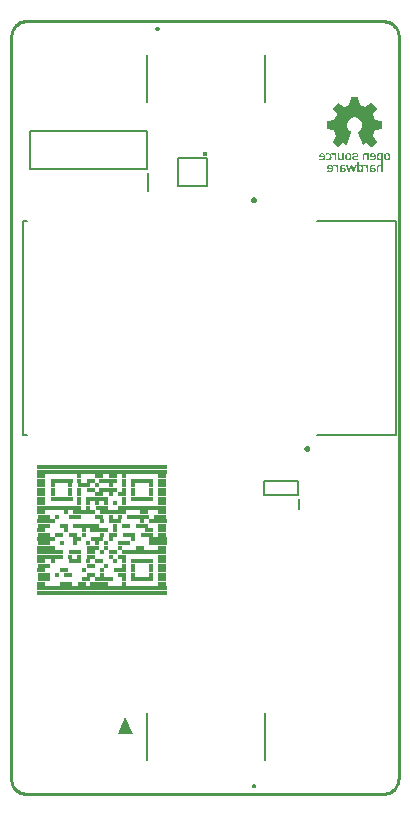
<source format=gbo>
%FSTAX23Y23*%
%MOIN*%
%SFA1B1*%

%IPPOS*%
%ADD10C,0.007870*%
%ADD12C,0.009840*%
%ADD13C,0.010000*%
%ADD125C,0.005910*%
%ADD126R,0.015750X0.016240*%
%ADD127R,0.433070X0.014920*%
%ADD128R,0.433070X0.014960*%
%ADD129R,0.029880X0.014920*%
%ADD130R,0.014920X0.014920*%
%ADD131R,0.059720X0.014920*%
%ADD132R,0.029840X0.014920*%
%ADD133R,0.044760X0.014920*%
%ADD134R,0.029880X0.014920*%
%ADD135R,0.074650X0.014920*%
%ADD136R,0.014920X0.014920*%
%ADD137R,0.059720X0.014920*%
%ADD138R,0.044800X0.014920*%
%ADD139R,0.029880X0.014960*%
%ADD140R,0.014920X0.014960*%
%ADD141R,0.014920X0.014960*%
%ADD142R,0.029840X0.014960*%
%ADD143R,0.014960X0.014960*%
%ADD144R,0.044800X0.014960*%
%ADD145R,0.014920X0.014920*%
%ADD146R,0.014960X0.014920*%
%ADD147R,0.029840X0.014920*%
%ADD148R,0.074650X0.014920*%
%ADD149R,0.014960X0.014920*%
%ADD150R,0.029880X0.014920*%
%ADD151R,0.044800X0.014920*%
%ADD152R,0.014920X0.014920*%
%ADD153R,0.089610X0.014960*%
%ADD154R,0.149330X0.014920*%
%ADD155R,0.089610X0.014920*%
%ADD156R,0.029840X0.014920*%
%ADD157R,0.059720X0.014960*%
%ADD158R,0.044800X0.014920*%
%ADD159R,0.029880X0.014920*%
%ADD160R,0.044800X0.014960*%
%ADD161R,0.074690X0.014960*%
%ADD162R,0.029880X0.014960*%
%ADD163R,0.074690X0.014920*%
%ADD164R,0.164250X0.014920*%
%ADD165R,0.149330X0.014920*%
%ADD166R,0.074690X0.014920*%
%ADD167R,0.059760X0.014920*%
%ADD168R,0.029880X0.014960*%
%ADD169R,0.014920X0.014960*%
%ADD170R,0.014920X0.014960*%
%ADD171R,0.044800X0.014960*%
%LNnas-craftsman_nixie_v1-1*%
%LPD*%
G36*
X16658Y00264D02*
X16682Y00321D01*
X16708Y00264*
X16658*
G37*
G36*
X17459Y02386D02*
X17459Y02386D01*
Y02386*
Y02385*
X17464Y02362*
Y02361*
X17464Y02361*
X17465Y02361*
X17465*
X17481Y02354*
X17482*
X17502Y02368*
X17503*
X17503Y02368*
X1752Y02351*
Y0235*
Y0235*
Y0235*
Y02349*
X17507Y0233*
Y0233*
Y02329*
Y02329*
Y02328*
Y02328*
X17514Y02312*
X17514Y02311*
X17515Y02311*
X17515*
X17537Y02307*
X17538*
X17538Y02307*
Y02306*
Y02306*
Y02283*
X17538Y02282*
X17538Y02282*
X17537*
X17516Y02277*
X17515*
X17515Y02277*
Y02276*
Y02276*
X17507Y02259*
Y02258*
Y02258*
Y02257*
Y02257*
X1752Y02239*
Y02238*
Y02238*
Y02237*
X17503Y02221*
X17503Y02221*
X17502*
X17502Y02221*
X17484Y02233*
X17482*
X17475Y02228*
X17473Y02229*
X17473Y02229*
X17457Y02269*
X17457Y0227*
X17457Y0227*
X17459Y02271*
X1746Y02272*
X1746*
X1746Y02272*
X17461Y02273*
X17465Y02276*
X17467Y02279*
X17469Y02283*
X17471Y02286*
X17472Y02289*
X17472Y02291*
X17472Y02293*
Y02294*
X17472Y02298*
X17471Y02301*
X1747Y02304*
X17468Y02307*
X17467Y02309*
X17466Y02311*
X17465Y02312*
X17465Y02312*
X17462Y02315*
X17459Y02317*
X17455Y02318*
X17453Y02319*
X1745Y0232*
X17448Y0232*
X17447*
X17443Y0232*
X17439Y02319*
X17436Y02317*
X17434Y02316*
X17432Y02315*
X1743Y02313*
X17429Y02312*
X17429Y02312*
X17426Y02309*
X17424Y02306*
X17423Y02303*
X17422Y023*
X17421Y02298*
X17421Y02296*
Y02294*
Y02294*
X17422Y02289*
X17423Y02285*
X17425Y02281*
X17427Y02278*
X17429Y02276*
X17431Y02274*
X17432Y02273*
X17433Y02273*
X17433Y02272*
X17434Y02272*
X17434Y02271*
X17436Y0227*
X17436Y02269*
Y02269*
Y02269*
X1742Y02229*
X1742Y02229*
X17419Y02228*
X17419*
X17411Y02233*
X17409*
X17392Y02221*
X17391Y02221*
X1739*
X1739Y02221*
X17373Y02237*
Y02238*
Y02238*
Y02239*
X17386Y02257*
Y02257*
Y02258*
Y02258*
Y02259*
X17379Y02276*
X17378Y02277*
X17378Y02277*
X17377*
X17356Y02282*
X17355Y02282*
X17355Y02282*
Y02283*
Y02306*
Y02307*
X17355Y02307*
X17356*
X17378Y02311*
X17379Y02311*
X17379Y02312*
Y02312*
X17387Y02328*
Y02329*
Y02329*
Y0233*
Y0233*
X17373Y02349*
Y0235*
Y0235*
Y02351*
Y02351*
X1739Y02368*
X1739Y02368*
X17392*
X17411Y02354*
X17413*
X17428Y02361*
X17429Y02361*
X17429Y02361*
Y02362*
Y02362*
X17434Y02385*
Y02386*
X17434Y02387*
X17458*
X17459Y02386*
G37*
G36*
X1754Y02138D02*
X17536D01*
Y02152*
X17536Y02154*
X17535Y02155*
X17534Y02156*
X17533Y02157*
X17532Y02158*
X17531*
X17529Y02157*
X17528Y02157*
X17527Y02156*
X17527Y02155*
X17526Y02153*
Y02152*
Y02152*
Y02138*
X17521*
Y02154*
X17521Y02157*
X17522Y02159*
X17523Y0216*
X17525Y02161*
X17527Y02162*
X17528Y02162*
X17529*
X17532Y02162*
X17534Y02161*
X17536Y0216*
X17536Y02159*
Y02179*
X17533Y02177*
X17531Y02176*
X1753Y02176*
X17529*
X17528Y02176*
X17527Y02177*
X17525Y02178*
X17523Y02179*
X17522Y0218*
X17522Y02181*
X17521Y02182*
X17521Y02185*
X17521Y02186*
Y02188*
Y02188*
Y02189*
Y02191*
X17521Y02193*
X17521Y02195*
Y02196*
X17522Y02197*
X17522Y02198*
X17522Y02199*
X17525Y022*
X17527Y02201*
X17529Y02201*
X17529*
X17532Y02201*
X17534Y022*
X17535Y02199*
X17536Y02199*
Y02201*
X1754*
Y02138*
G37*
G36*
X17493Y02177D02*
X17488D01*
Y02191*
X17488Y02193*
X17487Y02194*
X17486Y02195*
X17485Y02196*
X17484Y02197*
X17483*
X17481Y02196*
X1748Y02196*
X17479Y02195*
X17478Y02194*
X17478Y02192*
Y02191*
Y02191*
Y02177*
X17473*
Y02193*
X17473Y02196*
X17474Y02198*
X17475Y02199*
X17477Y022*
X17478Y02201*
X1748Y02201*
X17481*
X17484Y02201*
X17486Y022*
X17488Y02199*
X17488Y02199*
Y02201*
X17493*
Y02177*
G37*
G36*
X17386D02*
X17381D01*
Y02191*
X1738Y02193*
X1738Y02194*
X17379Y02195*
X17378Y02196*
X17376Y02197*
X17376*
X17375Y02196*
X17374Y02196*
X17373Y02195*
X17373Y02195*
X17369Y022*
X17371Y02201*
X17373Y02201*
X17374Y02201*
X17374*
X17377Y02201*
X17379Y022*
X1738Y02199*
X17381Y02199*
Y02201*
X17386*
Y02177*
G37*
G36*
X17411Y02184D02*
X17411Y02182D01*
X1741Y0218*
X17408Y02178*
X17407Y02177*
X17405Y02176*
X17404Y02176*
X17403*
X174Y02176*
X17398Y02178*
X17397Y02179*
X17396Y02179*
Y02177*
X17392*
Y02201*
X17396*
Y02187*
X17397Y02185*
X17397Y02183*
X17398Y02183*
X17399Y02182*
X174Y02181*
X17401*
X17403Y02182*
X17404Y02182*
X17405Y02183*
X17405Y02184*
X17406Y02186*
Y02186*
Y02187*
Y02201*
X17411*
Y02184*
G37*
G36*
X17362Y02201D02*
X17365Y02199D01*
X17367Y02197*
X17368Y02195*
X17369Y02193*
X17369Y02191*
X1737Y02189*
Y02189*
X17369Y02184*
X17368Y02181*
X17366Y02179*
X17364Y02178*
X17362Y02177*
X1736Y02176*
X17359Y02176*
X17358*
X17356Y02176*
X17355Y02177*
X17352Y02178*
X1735Y0218*
X1735Y0218*
Y02181*
X17353Y02184*
X17355Y02182*
X17357Y02182*
X17358Y02181*
X17358*
X1736Y02182*
X17362Y02183*
X17363Y02183*
X17364Y02185*
X17364Y02186*
X17365Y02187*
Y02188*
Y02189*
X17364Y02191*
X17364Y02193*
X17363Y02195*
X17361Y02196*
X1736Y02196*
X17359Y02197*
X17358*
X17356Y02196*
X17355Y02195*
X17354Y02194*
X17353Y02194*
X1735Y02197*
X17351Y02199*
X17352Y022*
X17355Y02201*
X17357Y02201*
X17358*
X17362Y02201*
G37*
G36*
X17511D02*
X17513Y02199D01*
X17515Y02197*
X17516Y02195*
X17517Y02193*
X17517Y02191*
X17517Y02189*
Y02189*
X17517Y02184*
X17516Y02181*
X17514Y02179*
X17512Y02178*
X1751Y02177*
X17508Y02176*
X17507Y02176*
X17506*
X17505Y02176*
X17503Y02177*
X175Y02178*
X17498Y02179*
X17498Y0218*
X17497*
X17501Y02183*
X17503Y02182*
X17505Y02181*
X17506Y02181*
X17507*
X17509Y02181*
X1751Y02182*
X17511Y02183*
X17512Y02184*
X17513Y02186*
Y02186*
Y02187*
X17497*
Y02191*
X17497Y02194*
X17498Y02197*
X175Y02199*
X17502Y022*
X17504Y02201*
X17506Y02201*
X17507*
X17511Y02201*
G37*
G36*
X17342D02*
X17344Y02199D01*
X17346Y02197*
X17347Y02195*
X17348Y02193*
X17348Y02191*
X17349Y02189*
Y02189*
X17348Y02184*
X17347Y02181*
X17345Y02179*
X17343Y02178*
X17341Y02177*
X17339Y02176*
X17338Y02176*
X17337*
X17336Y02176*
X17334Y02177*
X17331Y02178*
X17329Y02179*
X17329Y0218*
X17329*
X17332Y02183*
X17334Y02182*
X17335Y02181*
X17337Y02181*
X17337*
X17339Y02181*
X17341Y02182*
X17342Y02183*
X17343Y02184*
X17344Y02186*
Y02186*
Y02187*
X17328*
Y02191*
X17328Y02194*
X1733Y02197*
X17331Y02199*
X17333Y022*
X17335Y02201*
X17337Y02201*
X17338*
X17342Y02201*
G37*
G36*
X17558Y02201D02*
X17561Y022D01*
X17562Y02199*
X17563Y02199*
X17564Y02196*
X17565Y02192*
X17565Y02191*
Y0219*
Y02189*
Y02189*
X17565Y02185*
X17564Y02182*
X17563Y0218*
X17563Y0218*
X17561Y02178*
X1756Y02178*
X17557Y02176*
X17556Y02176*
X17555*
X17553Y02176*
X17552Y02177*
X17549Y02178*
X17548Y02179*
X17548Y0218*
X17547Y02181*
X17546Y02182*
X17545Y02185*
X17545Y02186*
Y02188*
Y02188*
Y02189*
Y02191*
X17545Y02193*
X17546Y02195*
X17546Y02196*
X17547Y02198*
X17548Y02199*
X1755Y022*
X17552Y02201*
X17554Y02201*
X17555*
X17558Y02201*
G37*
G36*
X17452D02*
X17454Y022D01*
X17455Y02199*
X17457Y02198*
X17457Y02196*
X17458Y02195*
Y02194*
Y02194*
X17457Y02192*
X17457Y0219*
X17456Y02189*
X17455Y02188*
X17452Y02187*
X17452Y02187*
X17447*
X17445Y02186*
X17444Y02185*
X17443Y02184*
Y02184*
X17444Y02183*
X17444Y02182*
X17446Y02181*
X17448Y02181*
X17448*
X17452Y02181*
X17454Y02182*
X17455Y02183*
X17456Y02184*
X17459Y02181*
X17458Y02179*
X17456Y02178*
X17453Y02177*
X17451Y02176*
X1745Y02176*
X17449*
X17445Y02176*
X17443Y02177*
X17441Y02179*
X1744Y0218*
X17439Y02181*
X17438Y02183*
Y02183*
Y02184*
X17439Y02186*
X17439Y02188*
X17441Y02189*
X17442Y0219*
X17443Y0219*
X17445Y02191*
X17445Y02191*
X17446*
X1745Y02192*
X17452Y02192*
X17453Y02193*
X17453Y02194*
Y02194*
X17453Y02195*
X17453Y02196*
X17451Y02196*
X1745Y02197*
X17449*
X17447Y02196*
X17445Y02196*
X17443Y02195*
X17442Y02194*
X17442*
X17439Y02198*
X17442Y022*
X17445Y02201*
X17447Y02201*
X17449*
X17452Y02201*
G37*
G36*
X17429D02*
X17431Y022D01*
X17433Y02199*
X17433Y02199*
X17434Y02196*
X17435Y02192*
X17435Y02191*
Y0219*
Y02189*
Y02189*
X17435Y02185*
X17434Y02182*
X17434Y0218*
X17433Y0218*
X17432Y02178*
X17431Y02178*
X17428Y02176*
X17426Y02176*
X17426*
X17424Y02176*
X17422Y02177*
X1742Y02178*
X17418Y02179*
X17418Y0218*
X17417Y02181*
X17416Y02182*
X17416Y02185*
X17415Y02186*
Y02188*
Y02188*
Y02189*
Y02191*
X17416Y02193*
X17416Y02195*
X17417Y02196*
X17418Y02198*
X17418Y02199*
X1742Y022*
X17423Y02201*
X17425Y02201*
X17426*
X17429Y02201*
G37*
G36*
X17492Y02138D02*
X17487D01*
Y02152*
X17486Y02154*
X17486Y02155*
X17485Y02156*
X17484Y02157*
X17483Y02158*
X17482*
X17481Y02157*
X1748Y02157*
X17479Y02156*
X17479Y02156*
X17475Y02161*
X17477Y02162*
X17479Y02162*
X1748Y02162*
X17481*
X17483Y02162*
X17485Y02161*
X17486Y0216*
X17487Y02159*
Y02162*
X17492*
Y02138*
G37*
G36*
X17392D02*
X17387D01*
Y02152*
X17387Y02154*
X17386Y02155*
X17386Y02156*
X17385Y02157*
X17383Y02158*
X17383*
X17381Y02157*
X1738Y02157*
X17379Y02156*
X17379Y02156*
X17375Y02161*
X17377Y02162*
X17379Y02162*
X1738Y02162*
X1738*
X17383Y02162*
X17385Y02161*
X17387Y0216*
X17387Y02159*
Y02162*
X17392*
Y02138*
G37*
G36*
X17512Y02162D02*
X17514Y02161D01*
X17516Y0216*
X17516Y02159*
X17513Y02156*
X17511Y02157*
X17509Y02157*
X17508Y02158*
X17506*
X17504Y02157*
X17504Y02157*
X17503Y02156*
X17502Y02155*
Y02154*
Y02152*
X17509*
X17512Y02152*
X17514Y02151*
X17516Y0215*
X17516Y02148*
X17517Y02147*
X17517Y02146*
Y02145*
Y02145*
X17517Y02142*
X17516Y0214*
X17515Y02139*
X17513Y02138*
X17512Y02137*
X1751Y02137*
X17507*
X17506Y02137*
X17504Y02139*
X17503Y0214*
X17502Y0214*
Y02138*
X17497*
Y02154*
X17498Y02157*
X17499Y02159*
X17501Y0216*
X17503Y02161*
X17505Y02162*
X17506Y02162*
X17508*
X17512Y02162*
G37*
G36*
X17412D02*
X17413Y02161D01*
X17414Y02161*
X17415Y0216*
X17416Y02159*
X17412Y02156*
X17411Y02157*
X1741Y02157*
X17408Y02158*
X17406*
X17405Y02157*
X17404Y02157*
X17403Y02156*
X17403Y02155*
Y02154*
Y02152*
X17409*
X17412Y02152*
X17414Y02151*
X17416Y0215*
X17417Y02148*
X17417Y02147*
X17418Y02146*
Y02145*
Y02145*
X17417Y02142*
X17416Y0214*
X17415Y02139*
X17413Y02138*
X17412Y02137*
X1741Y02137*
X17407*
X17406Y02137*
X17404Y02139*
X17403Y0214*
X17403Y0214*
Y02138*
X17398*
Y02154*
X17398Y02157*
X17399Y02159*
X17401Y0216*
X17403Y02161*
X17404Y02162*
X17406Y02162*
X1741*
X17412Y02162*
G37*
G36*
X17445Y02138D02*
X1744D01*
X17435Y02155*
X1743Y02138*
X17426*
X17418Y02162*
X17423*
X17428Y02145*
X17433Y02162*
X17437*
X17443Y02145*
X17448Y02162*
X17453*
X17445Y02138*
G37*
G36*
X17369Y02162D02*
X17371Y0216D01*
X17373Y02158*
X17374Y02156*
X17374Y02154*
X17375Y02152*
X17375Y02151*
Y0215*
X17375Y02146*
X17373Y02142*
X17372Y0214*
X1737Y02139*
X17368Y02138*
X17366Y02137*
X17364Y02137*
X17364*
X17362Y02137*
X1736Y02138*
X17358Y02139*
X17356Y0214*
X17355Y02141*
X17355*
X17359Y02144*
X17361Y02143*
X17363Y02142*
X17364Y02142*
X17365*
X17367Y02142*
X17368Y02142*
X17369Y02143*
X1737Y02145*
X1737Y02147*
Y02147*
Y02148*
X17355*
Y02152*
X17355Y02155*
X17356Y02158*
X17358Y0216*
X1736Y02161*
X17362Y02162*
X17364Y02162*
X17365*
X17369Y02162*
G37*
G36*
X17461Y02159D02*
X17463Y02161D01*
X17465Y02162*
X17466Y02162*
X17467*
X1747Y02162*
X17472Y02161*
X17473Y0216*
X17474Y02159*
X17474Y02158*
X17475Y02157*
X17475Y02154*
X17475Y02153*
Y02151*
Y0215*
Y0215*
Y02147*
X17475Y02145*
X17475Y02143*
X17474Y02142*
Y02142*
X17474Y02141*
X17474Y02141*
X17473Y02139*
X17472Y02139*
X17469Y02137*
X17467Y02137*
X17467*
X17464Y02137*
X17462Y02139*
X17461Y0214*
X17461Y0214*
Y02138*
X17455*
Y02172*
X17461*
Y02159*
G37*
%LNnas-craftsman_nixie_v1-2*%
%LPC*%
G36*
X17532Y02197D02*
X17531D01*
X17529Y02196*
X17528Y02195*
X17527Y02194*
X17527Y02193*
X17526Y02191*
X17526Y0219*
Y02189*
Y02189*
X17526Y02186*
X17527Y02184*
X17528Y02183*
X17528Y02182*
X17529Y02182*
X1753Y02181*
X17531*
X17533Y02182*
X17534Y02183*
X17535Y02183*
X17535Y02185*
X17536Y02186*
X17536Y02187*
Y02188*
Y02189*
X17536Y02191*
X17535Y02193*
X17534Y02195*
X17533Y02196*
X17533Y02196*
X17532Y02197*
G37*
G36*
X17508D02*
X17507D01*
X17506Y02196*
X17504Y02196*
X17503Y02194*
X17502Y02192*
X17502Y02191*
Y02191*
X17513*
X17512Y02193*
X17512Y02194*
X17511Y02195*
X1751Y02196*
X17508Y02197*
G37*
G36*
X17339D02*
X17338D01*
X17337Y02196*
X17335Y02196*
X17334Y02194*
X17333Y02192*
X17333Y02191*
Y02191*
X17344*
X17343Y02193*
X17343Y02194*
X17342Y02195*
X17341Y02196*
X17339Y02197*
G37*
G36*
X17555D02*
X17555D01*
X17553Y02196*
X17552Y02196*
X17551Y02195*
X17551Y02194*
X17551Y02194*
X1755Y02193*
X1755Y02191*
Y02189*
Y02189*
Y02189*
X1755Y02186*
X1755Y02184*
X17551Y02183*
X17551Y02183*
X17552Y02182*
X17553Y02182*
X17555Y02181*
X17555*
X17557Y02182*
X17558Y02182*
X17558Y02183*
X17559Y02183*
X1756Y02185*
X1756Y02187*
X1756Y02188*
Y02189*
X1756Y02191*
X17559Y02193*
X17559Y02194*
X17559Y02194*
X17558Y02196*
X17557Y02196*
X17555Y02197*
G37*
G36*
X17426D02*
X17426D01*
X17424Y02196*
X17422Y02196*
X17422Y02195*
X17421Y02194*
X17421Y02194*
X17421Y02193*
X1742Y02191*
Y02189*
Y02189*
Y02189*
Y02186*
X17421Y02184*
X17421Y02183*
X17421Y02183*
X17422Y02182*
X17424Y02182*
X17425Y02181*
X17426*
X17427Y02182*
X17429Y02182*
X17429Y02183*
Y02183*
X1743Y02184*
X1743Y02186*
X17431Y02188*
Y02188*
Y02189*
Y0219*
X1743Y02192*
X1743Y02193*
X1743Y02194*
X17429Y02194*
X17428Y02196*
X17427Y02196*
X17426Y02197*
G37*
G36*
X17509Y02148D02*
X17502D01*
Y02146*
X17503Y02144*
X17503Y02143*
X17505Y02142*
X17507Y02142*
X1751*
X17511Y02142*
X17512Y02143*
X17513Y02144*
Y02145*
X17512Y02146*
X17512Y02146*
X17511Y02147*
X17509Y02148*
G37*
G36*
X17409D02*
X17403D01*
Y02146*
X17403Y02144*
X17404Y02143*
X17405Y02142*
X17407Y02142*
X1741*
X17411Y02142*
X17412Y02143*
X17413Y02144*
Y02145*
X17412Y02146*
X17412Y02146*
X1741Y02147*
X17409Y02148*
G37*
G36*
X17366Y02158D02*
X17365D01*
X17364Y02157*
X17362Y02157*
X17361Y02155*
X1736Y02153*
X1736Y02152*
Y02152*
X1737*
X1737Y02154*
X1737Y02155*
X17369Y02156*
X17368Y02157*
X17366Y02158*
G37*
G36*
X17466D02*
X17465D01*
X17464Y02157*
X17462Y02156*
X17462Y02155*
X17461Y02154*
X17461Y02152*
X17461Y02151*
Y0215*
Y0215*
X17461Y02147*
X17461Y02145*
X17462Y02144*
X17463Y02143*
X17464Y02142*
X17464Y02142*
X17465*
X17467Y02142*
X17468Y02143*
X17469Y02145*
X17469Y02146*
X1747Y02147*
X1747Y02149*
Y0215*
Y0215*
X1747Y02153*
X17469Y02154*
X17468Y02156*
X17467Y02157*
X17467Y02157*
X17466Y02158*
G37*
%LNnas-craftsman_nixie_v1-3*%
%LPD*%
G54D10*
X17116Y0009D02*
D01*
X17116Y00091*
X17116Y00091*
X17116Y00091*
X17116Y00091*
X17116Y00092*
X17116Y00092*
X17116Y00092*
X17116Y00092*
X17115Y00093*
X17115Y00093*
X17115Y00093*
X17115Y00093*
X17115Y00093*
X17114Y00093*
X17114Y00094*
X17114Y00094*
X17114Y00094*
X17113Y00094*
X17113Y00094*
X17113Y00094*
X17113Y00094*
X17112Y00094*
X17112*
X17112Y00094*
X17112Y00094*
X17111Y00094*
X17111Y00094*
X17111Y00094*
X1711Y00094*
X1711Y00094*
X1711Y00093*
X1711Y00093*
X1711Y00093*
X17109Y00093*
X17109Y00093*
X17109Y00093*
X17109Y00092*
X17109Y00092*
X17109Y00092*
X17109Y00092*
X17108Y00091*
X17108Y00091*
X17108Y00091*
X17108Y00091*
X17108Y0009*
D01*
X17108Y0009*
X17108Y0009*
X17108Y00089*
X17108Y00089*
X17109Y00089*
X17109Y00089*
X17109Y00088*
X17109Y00088*
X17109Y00088*
X17109Y00088*
X17109Y00087*
X1711Y00087*
X1711Y00087*
X1711Y00087*
X1711Y00087*
X1711Y00087*
X17111Y00087*
X17111Y00086*
X17111Y00086*
X17112Y00086*
X17112Y00086*
X17112Y00086*
X17112*
X17113Y00086*
X17113Y00086*
X17113Y00086*
X17113Y00086*
X17114Y00087*
X17114Y00087*
X17114Y00087*
X17114Y00087*
X17115Y00087*
X17115Y00087*
X17115Y00087*
X17115Y00088*
X17115Y00088*
X17116Y00088*
X17116Y00088*
X17116Y00089*
X17116Y00089*
X17116Y00089*
X17116Y00089*
X17116Y0009*
X17116Y0009*
Y0009*
X16785Y02615D02*
D01*
X16785Y02615*
X16785Y02615*
X16786Y02615*
X16786Y02614*
X16786Y02614*
X16786Y02614*
X16786Y02614*
X16786Y02613*
X16786Y02613*
X16786Y02613*
X16787Y02613*
X16787Y02612*
X16787Y02612*
X16787Y02612*
X16787Y02612*
X16788Y02612*
X16788Y02612*
X16788Y02612*
X16788Y02612*
X16789Y02612*
X16789Y02611*
X16789Y02611*
X1679*
X1679Y02611*
X1679Y02612*
X1679Y02612*
X16791Y02612*
X16791Y02612*
X16791Y02612*
X16791Y02612*
X16792Y02612*
X16792Y02612*
X16792Y02612*
X16792Y02613*
X16792Y02613*
X16793Y02613*
X16793Y02613*
X16793Y02614*
X16793Y02614*
X16793Y02614*
X16793Y02614*
X16793Y02615*
X16793Y02615*
X16793Y02615*
Y02615*
D01*
X16793Y02616*
X16793Y02616*
X16793Y02616*
X16793Y02616*
X16793Y02617*
X16793Y02617*
X16793Y02617*
X16793Y02617*
X16793Y02618*
X16792Y02618*
X16792Y02618*
X16792Y02618*
X16792Y02619*
X16792Y02619*
X16791Y02619*
X16791Y02619*
X16791Y02619*
X16791Y02619*
X1679Y02619*
X1679Y02619*
X1679Y02619*
X1679Y02619*
X16789*
X16789Y02619*
X16789Y02619*
X16788Y02619*
X16788Y02619*
X16788Y02619*
X16788Y02619*
X16787Y02619*
X16787Y02619*
X16787Y02619*
X16787Y02618*
X16787Y02618*
X16786Y02618*
X16786Y02618*
X16786Y02617*
X16786Y02617*
X16786Y02617*
X16786Y02617*
X16786Y02616*
X16786Y02616*
X16785Y02616*
X16785Y02616*
X16785Y02615*
X16754Y00178D02*
Y00333D01*
X17148Y00178D02*
Y00333D01*
X17259Y01062D02*
Y01109D01*
X17145D02*
X17259D01*
X17145Y01062D02*
Y01109D01*
Y01062D02*
X17259D01*
X17261Y01013D02*
Y01048D01*
X16753Y02147D02*
Y02273D01*
X16363D02*
X16753D01*
X16363Y02147D02*
Y02273D01*
Y02147D02*
X16753D01*
X16759Y02073D02*
Y02133D01*
X17583Y01261D02*
Y01975D01*
X16341D02*
X16355D01*
X1732D02*
X17583D01*
X16341Y01261D02*
Y01975D01*
Y01261D02*
X16355D01*
X1732D02*
X17583D01*
X17148Y02372D02*
Y02528D01*
X16754Y02372D02*
Y02528D01*
G54D12*
X17115Y02045D02*
D01*
X17115Y02045*
X17115Y02046*
X17115Y02046*
X17115Y02046*
X17115Y02047*
X17114Y02047*
X17114Y02047*
X17114Y02047*
X17114Y02048*
X17114Y02048*
X17113Y02048*
X17113Y02049*
X17113Y02049*
X17113Y02049*
X17112Y02049*
X17112Y02049*
X17112Y02049*
X17111Y0205*
X17111Y0205*
X17111Y0205*
X1711Y0205*
X1711Y0205*
X1711*
X17109Y0205*
X17109Y0205*
X17109Y0205*
X17108Y0205*
X17108Y02049*
X17108Y02049*
X17108Y02049*
X17107Y02049*
X17107Y02049*
X17107Y02049*
X17106Y02048*
X17106Y02048*
X17106Y02048*
X17106Y02047*
X17106Y02047*
X17105Y02047*
X17105Y02047*
X17105Y02046*
X17105Y02046*
X17105Y02046*
X17105Y02045*
X17105Y02045*
X17105Y02045*
X17105Y02044*
X17105Y02044*
X17105Y02044*
X17105Y02043*
X17105Y02043*
X17106Y02043*
X17106Y02042*
X17106Y02042*
X17106Y02042*
X17106Y02041*
X17107Y02041*
X17107Y02041*
X17107Y02041*
X17108Y02041*
X17108Y0204*
X17108Y0204*
X17108Y0204*
X17109Y0204*
X17109Y0204*
X17109Y0204*
X1711Y0204*
X1711*
X1711Y0204*
X17111Y0204*
X17111Y0204*
X17111Y0204*
X17112Y0204*
X17112Y0204*
X17112Y02041*
X17113Y02041*
X17113Y02041*
X17113Y02041*
X17113Y02041*
X17114Y02042*
X17114Y02042*
X17114Y02042*
X17114Y02043*
X17114Y02043*
X17115Y02043*
X17115Y02044*
X17115Y02044*
X17115Y02044*
X17115Y02045*
X17115Y02045*
X17292Y01216D02*
D01*
X17292Y01217*
X17292Y01217*
X17292Y01217*
X17292Y01218*
X17292Y01218*
X17292Y01218*
X17292Y01219*
X17291Y01219*
X17291Y01219*
X17291Y01219*
X17291Y0122*
X17291Y0122*
X1729Y0122*
X1729Y0122*
X1729Y0122*
X17289Y01221*
X17289Y01221*
X17289Y01221*
X17288Y01221*
X17288Y01221*
X17288Y01221*
X17287Y01221*
X17287*
X17287Y01221*
X17286Y01221*
X17286Y01221*
X17286Y01221*
X17285Y01221*
X17285Y01221*
X17285Y0122*
X17285Y0122*
X17284Y0122*
X17284Y0122*
X17284Y0122*
X17284Y01219*
X17283Y01219*
X17283Y01219*
X17283Y01219*
X17283Y01218*
X17283Y01218*
X17283Y01218*
X17282Y01217*
X17282Y01217*
X17282Y01217*
X17282Y01216*
X17282Y01216*
X17282Y01216*
X17282Y01215*
X17283Y01215*
X17283Y01215*
X17283Y01214*
X17283Y01214*
X17283Y01214*
X17283Y01213*
X17284Y01213*
X17284Y01213*
X17284Y01213*
X17284Y01212*
X17285Y01212*
X17285Y01212*
X17285Y01212*
X17285Y01212*
X17286Y01212*
X17286Y01211*
X17286Y01211*
X17287Y01211*
X17287Y01211*
X17287*
X17288Y01211*
X17288Y01211*
X17288Y01211*
X17289Y01212*
X17289Y01212*
X17289Y01212*
X1729Y01212*
X1729Y01212*
X1729Y01212*
X17291Y01213*
X17291Y01213*
X17291Y01213*
X17291Y01213*
X17291Y01214*
X17292Y01214*
X17292Y01214*
X17292Y01215*
X17292Y01215*
X17292Y01215*
X17292Y01216*
X17292Y01216*
X17292Y01216*
G54D13*
X17543Y00065D02*
D01*
X17546Y00065*
X17549Y00065*
X17553Y00066*
X17556Y00066*
X1756Y00068*
X17563Y00069*
X17566Y0007*
X17569Y00072*
X17572Y00074*
X17575Y00076*
X17577Y00079*
X1758Y00081*
X17582Y00084*
X17584Y00087*
X17586Y0009*
X17587Y00093*
X17589Y00096*
X1759Y00099*
X17591Y00102*
X17592Y00106*
X17592Y00109*
X17592Y00113*
X17593Y00115*
X17593Y0259D02*
D01*
X17593Y02594*
X17592Y02597*
X17592Y02601*
X17591Y02604*
X1759Y02607*
X17588Y02611*
X17587Y02614*
X17585Y02617*
X17583Y0262*
X17581Y02622*
X17579Y02625*
X17576Y02627*
X17574Y0263*
X17571Y02632*
X17568Y02634*
X17565Y02635*
X17562Y02637*
X17558Y02638*
X17555Y02639*
X17552Y02639*
X17548Y0264*
X17545Y0264*
X17543Y0264*
X16352Y0264D02*
D01*
X16349Y0264*
X16345Y0264*
X16342Y02639*
X16338Y02638*
X16335Y02637*
X16332Y02636*
X16329Y02634*
X16326Y02632*
X16323Y02631*
X1632Y02628*
X16317Y02626*
X16315Y02624*
X16313Y02621*
X16311Y02618*
X16309Y02615*
X16307Y02612*
X16306Y02609*
X16305Y02606*
X16304Y02602*
X16303Y02599*
X16302Y02595*
X16302Y02592*
X16302Y0259*
X16302Y00114D02*
D01*
X16302Y00111*
X16302Y00107*
X16303Y00104*
X16304Y00101*
X16305Y00097*
X16306Y00094*
X16308Y00091*
X16309Y00088*
X16311Y00085*
X16313Y00082*
X16316Y0008*
X16318Y00077*
X16321Y00075*
X16324Y00073*
X16327Y00071*
X1633Y00069*
X16333Y00068*
X16336Y00067*
X1634Y00066*
X16343Y00065*
X16347Y00065*
X1635Y00064*
X16352Y00064*
X17593Y00115D02*
Y02591D01*
X16352Y02641D02*
X17546D01*
X16302Y00114D02*
Y0259D01*
X16345Y00065D02*
X17543D01*
G54D125*
X16953Y02091D02*
Y02185D01*
X16857Y02091D02*
X16953D01*
X16857D02*
Y02185D01*
X16953*
G54D126*
X16947Y02199D03*
G54D127*
X16604Y00735D03*
Y01154D03*
G54D128*
X16604Y0075D03*
Y01139D03*
G54D129*
X16806Y00765D03*
X16402D03*
X16806Y0084D03*
X16402D03*
X16806Y00929D03*
X16641D03*
X16462D03*
X16806Y01079D03*
X16567D03*
X16402D03*
X16806Y01109D03*
X16567D03*
X16402D03*
G54D130*
X16679Y00765D03*
Y0084D03*
X16768Y01079D03*
X16679D03*
X16499D03*
X16679Y01109D03*
G54D131*
X16596Y00765D03*
G54D132*
X16537Y00765D03*
G54D133*
X16484Y00765D03*
G54D134*
X16806Y0078D03*
X16552D03*
X16806Y0081D03*
X16402D03*
X16806Y00825D03*
X16567D03*
X16641Y0087D03*
X16567D03*
X16806Y00885D03*
X16522Y00915D03*
X16806Y00959D03*
Y01004D03*
X16746D03*
X16402D03*
X16806Y01049D03*
X16402D03*
X16806Y01064D03*
X16402D03*
X16806Y01124D03*
X16641D03*
X16402D03*
G54D135*
X16738Y0078D03*
Y01049D03*
X1647D03*
G54D136*
X16679Y0078D03*
X16768Y0081D03*
Y00825D03*
X16679D03*
X16738Y00974D03*
X16679Y01049D03*
X16768Y01064D03*
X16499D03*
X16679Y01124D03*
G54D137*
X16611Y0078D03*
X16417Y00885D03*
X16791Y00915D03*
X16417D03*
X16791Y00974D03*
X16417D03*
G54D138*
X1641Y0078D03*
X16664Y0081D03*
X1641Y00825D03*
X16514Y0087D03*
X16574Y00885D03*
X16589Y00915D03*
X1641Y00959D03*
G54D139*
X16806Y00795D03*
X16567D03*
X16806Y00855D03*
X16567D03*
X16806Y00944D03*
X16761D03*
X16402D03*
X16806Y01034D03*
X16402D03*
G54D140*
X16768Y00795D03*
X16499Y00855D03*
X16589Y009D03*
X16679Y01034D03*
X16589D03*
G54D141*
X16708Y00795D03*
X16634Y00855D03*
X16529D03*
X16619Y009D03*
X1647D03*
X16544Y00944D03*
X16484D03*
X16664Y00989D03*
X16634D03*
X16619Y01034D03*
X16529D03*
G54D142*
X16671Y00795D03*
X16492D03*
X16671Y00855D03*
G54D143*
X16604Y00795D03*
X16455D03*
X16559Y009D03*
X16514D03*
X16649Y00944D03*
X16455Y00989D03*
X16649Y01034D03*
X16559D03*
G54D144*
X1641Y00795D03*
X16679Y009D03*
X1641D03*
X16514Y00989D03*
X1641D03*
G54D145*
X16708Y0081D03*
X16544D03*
X16708Y00825D03*
X16619D03*
X16664Y00885D03*
X16619D03*
X16708Y00915D03*
X16634D03*
X16484Y01004D03*
X16529Y01049D03*
X16708Y01064D03*
X16634D03*
X16529D03*
X1644D03*
X16529Y01124D03*
G54D146*
X16604Y0081D03*
Y0087D03*
X16649Y00959D03*
X16604Y00974D03*
G54D147*
X16477Y0081D03*
Y00959D03*
G54D148*
X16738Y0084D03*
Y01109D03*
X1647D03*
G54D149*
X16649Y0084D03*
X16559D03*
X16604Y00929D03*
X16559Y01019D03*
G54D150*
X16596Y0084D03*
X16507Y00929D03*
G54D151*
X16514Y0084D03*
X16753Y00929D03*
X16694D03*
X1641D03*
X16604Y01019D03*
G54D152*
X1644Y0084D03*
X16544Y00929D03*
X16708Y01079D03*
X16529D03*
X1644D03*
X16529Y01109D03*
G54D153*
X16432Y00855D03*
G54D154*
X16746Y0087D03*
G54D155*
X16432Y0087D03*
X16552Y00959D03*
X16641Y01004D03*
G54D156*
X16731Y00885D03*
X16671Y01064D03*
G54D157*
X16791Y009D03*
X16596Y00944D03*
G54D158*
X16738Y00959D03*
X16649Y00974D03*
G54D159*
X16686Y00959D03*
X16596Y01064D03*
Y01124D03*
G54D160*
X16798Y00989D03*
G54D161*
X16723Y00989D03*
G54D162*
X16596Y00989D03*
G54D163*
X16544Y01004D03*
G54D164*
X16738Y01019D03*
G54D165*
X16462Y01019D03*
G54D166*
X16589Y01049D03*
G54D167*
X16626Y01079D03*
Y01109D03*
G54D168*
X16806Y01094D03*
X16402D03*
G54D169*
X16768Y01094D03*
X16679D03*
X16589D03*
X16499D03*
G54D170*
X16708Y01094D03*
X16634D03*
X1644D03*
G54D171*
X16544Y01094D03*
M02*
</source>
